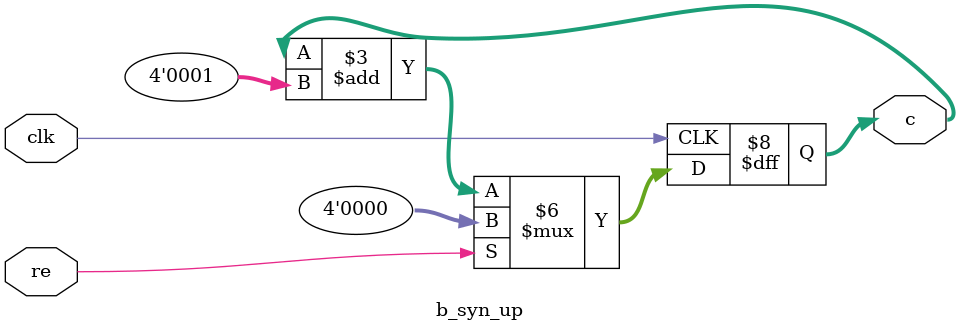
<source format=v>
`timescale 1ns / 1ps
module b_syn_up(clk,re,c);
    input clk,re;
    output reg [3:0] c;
	 initial c=4'b0000;
	 always @(posedge clk)
    begin 
	 if(re==1'b1)
	    c<=4'b0000;
	 else
	    c<=c+4'b0001;
		 end

endmodule

</source>
